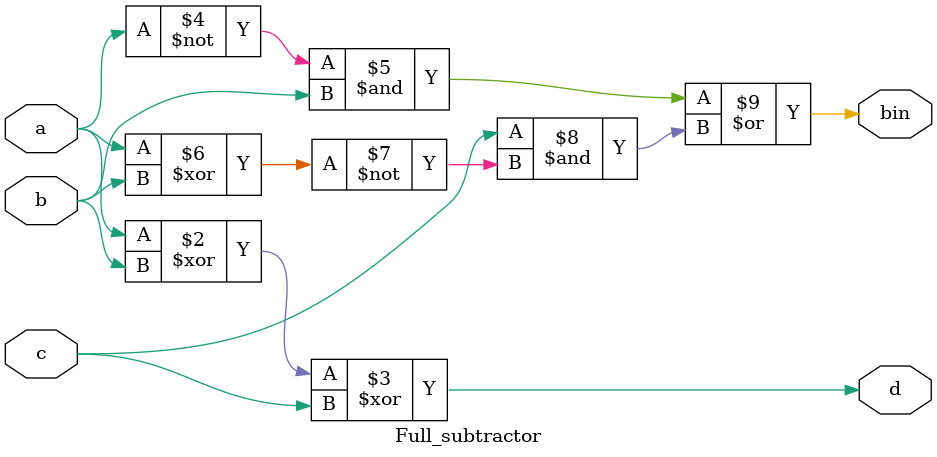
<source format=v>
`timescale 1ns / 1ps


module Full_subtractor(a,b,c,d,bin);
input a,b,c;
output reg d,bin;
always @(a or b or c)
begin
d = a^b^c;
bin = ~a&b|(c&~(a^b));
end
endmodule



</source>
